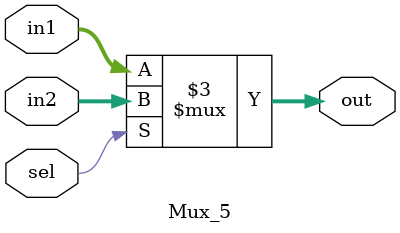
<source format=v>
module Mux_32(out,sel,in1,in2);
    output reg [0:31] out;
    input wire sel;
    input wire [0:31] in1;
    input wire [0:31] in2;
    always @(sel) begin
        if (sel)
            out = in2;
        else 
            out = in1;
    end
endmodule

module Mux_32_2(out,sel,in1,in2);
    output wire [0:31] out;
    input wire sel;
    input wire [0:31] in1;
    input wire [0:31] in2;
    assign out = (sel == 0) ? in1 : in2; 
endmodule


module Mux_5(out,sel,in1,in2);
    output reg [0:4] out;
    input wire sel;
    input wire [0:4] in1;
    input wire [0:4] in2;
    always @(sel) begin
        if (sel)
            out = in2;
        else 
            out = in1;
    end
endmodule
</source>
